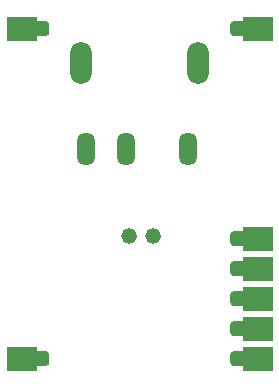
<source format=gts>
G04 #@! TF.GenerationSoftware,KiCad,Pcbnew,9.0.1+1*
G04 #@! TF.CreationDate,2025-11-12T15:35:06+00:00*
G04 #@! TF.ProjectId,solar-and-dc-connectors,736f6c61-722d-4616-9e64-2d64632d636f,rev?*
G04 #@! TF.SameCoordinates,Original*
G04 #@! TF.FileFunction,Soldermask,Top*
G04 #@! TF.FilePolarity,Negative*
%FSLAX46Y46*%
G04 Gerber Fmt 4.6, Leading zero omitted, Abs format (unit mm)*
G04 Created by KiCad (PCBNEW 9.0.1+1) date 2025-11-12 15:35:06*
%MOMM*%
%LPD*%
G01*
G04 APERTURE LIST*
%ADD10C,1.320800*%
%ADD11R,2.540000X2.000000*%
%ADD12O,1.512000X2.820000*%
%ADD13O,1.864000X3.524000*%
G04 APERTURE END LIST*
D10*
X63084000Y-47979000D03*
X65084001Y-47979000D03*
D11*
X53973000Y-30453000D03*
G36*
G01*
X56298000Y-30078000D02*
X56298000Y-30828000D01*
G75*
G02*
X56048000Y-31078000I-250000J0D01*
G01*
X55298000Y-31078000D01*
G75*
G02*
X55048000Y-30828000I0J250000D01*
G01*
X55048000Y-30078000D01*
G75*
G02*
X55298000Y-29828000I250000J0D01*
G01*
X56048000Y-29828000D01*
G75*
G02*
X56298000Y-30078000I0J-250000D01*
G01*
G37*
X53973000Y-58393000D03*
G36*
G01*
X56298000Y-58018000D02*
X56298000Y-58768000D01*
G75*
G02*
X56048000Y-59018000I-250000J0D01*
G01*
X55298000Y-59018000D01*
G75*
G02*
X55048000Y-58768000I0J250000D01*
G01*
X55048000Y-58018000D01*
G75*
G02*
X55298000Y-57768000I250000J0D01*
G01*
X56048000Y-57768000D01*
G75*
G02*
X56298000Y-58018000I0J-250000D01*
G01*
G37*
G36*
G01*
X72898000Y-30078000D02*
X72898000Y-30828000D01*
G75*
G02*
X72648000Y-31078000I-250000J0D01*
G01*
X71898000Y-31078000D01*
G75*
G02*
X71648000Y-30828000I0J250000D01*
G01*
X71648000Y-30078000D01*
G75*
G02*
X71898000Y-29828000I250000J0D01*
G01*
X72648000Y-29828000D01*
G75*
G02*
X72898000Y-30078000I0J-250000D01*
G01*
G37*
X73973000Y-30453000D03*
G36*
G01*
X72898000Y-47858000D02*
X72898000Y-48608000D01*
G75*
G02*
X72648000Y-48858000I-250000J0D01*
G01*
X71898000Y-48858000D01*
G75*
G02*
X71648000Y-48608000I0J250000D01*
G01*
X71648000Y-47858000D01*
G75*
G02*
X71898000Y-47608000I250000J0D01*
G01*
X72648000Y-47608000D01*
G75*
G02*
X72898000Y-47858000I0J-250000D01*
G01*
G37*
X73973000Y-48233000D03*
G36*
G01*
X72898000Y-50398000D02*
X72898000Y-51148000D01*
G75*
G02*
X72648000Y-51398000I-250000J0D01*
G01*
X71898000Y-51398000D01*
G75*
G02*
X71648000Y-51148000I0J250000D01*
G01*
X71648000Y-50398000D01*
G75*
G02*
X71898000Y-50148000I250000J0D01*
G01*
X72648000Y-50148000D01*
G75*
G02*
X72898000Y-50398000I0J-250000D01*
G01*
G37*
X73973000Y-50773000D03*
G36*
G01*
X72898000Y-52938000D02*
X72898000Y-53688000D01*
G75*
G02*
X72648000Y-53938000I-250000J0D01*
G01*
X71898000Y-53938000D01*
G75*
G02*
X71648000Y-53688000I0J250000D01*
G01*
X71648000Y-52938000D01*
G75*
G02*
X71898000Y-52688000I250000J0D01*
G01*
X72648000Y-52688000D01*
G75*
G02*
X72898000Y-52938000I0J-250000D01*
G01*
G37*
X73973000Y-53313000D03*
G36*
G01*
X72898000Y-55478000D02*
X72898000Y-56228000D01*
G75*
G02*
X72648000Y-56478000I-250000J0D01*
G01*
X71898000Y-56478000D01*
G75*
G02*
X71648000Y-56228000I0J250000D01*
G01*
X71648000Y-55478000D01*
G75*
G02*
X71898000Y-55228000I250000J0D01*
G01*
X72648000Y-55228000D01*
G75*
G02*
X72898000Y-55478000I0J-250000D01*
G01*
G37*
X73973000Y-55853000D03*
G36*
G01*
X72898000Y-58018000D02*
X72898000Y-58768000D01*
G75*
G02*
X72648000Y-59018000I-250000J0D01*
G01*
X71898000Y-59018000D01*
G75*
G02*
X71648000Y-58768000I0J250000D01*
G01*
X71648000Y-58018000D01*
G75*
G02*
X71898000Y-57768000I250000J0D01*
G01*
X72648000Y-57768000D01*
G75*
G02*
X72898000Y-58018000I0J-250000D01*
G01*
G37*
X73973000Y-58393000D03*
D12*
X59420000Y-40674000D03*
X68020000Y-40674000D03*
X62820000Y-40674000D03*
D13*
X68920000Y-33374000D03*
X59020000Y-33374000D03*
M02*

</source>
